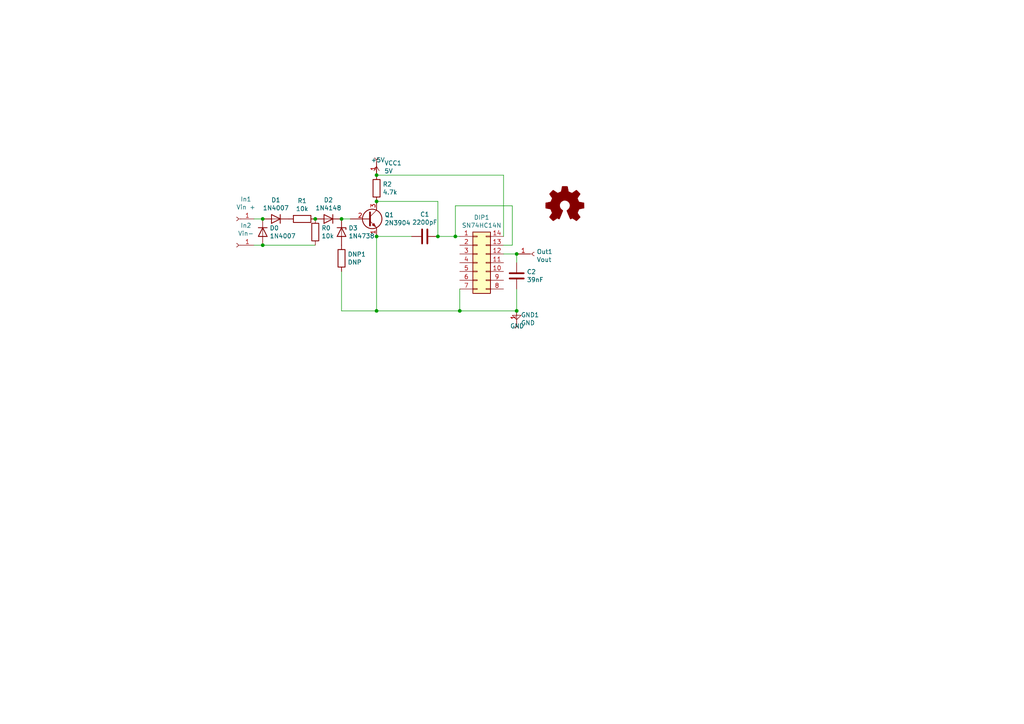
<source format=kicad_sch>
(kicad_sch (version 20211123) (generator eeschema)
  (paper "A4")
  (lib_symbols
    (symbol "Connector:Conn_01x01_Female" (pin_names (offset 1.016) hide)
      (property "Reference" "J" (at 0 2.54 0))
      (property "Value" "Conn_01x01_Female" (at 0 -2.54 0))
      (symbol "Conn_01x01_Female_1_1"
        (polyline (pts (xy -1.27 0) (xy -0.508 0)) (stroke (width 0.1524)))
        (arc (start 0 0.508) (mid -0.508 0) (end 0 -0.508) (stroke (width 0.1524)))
        (pin passive line (at -5.08 0 0) (length 3.81) (name "Pin_1") (number "1"))
      )
    )
    (symbol "Connector_Generic:Conn_02x07_Counter_Clockwise" (pin_names (offset 1.016) hide)
      (property "Reference" "J" (at 1.27 10.16 0))
      (property "Value" "Conn_02x07_Counter_Clockwise" (at 1.27 -10.16 0))
      (symbol "Conn_02x07_Counter_Clockwise_1_1"
        (rectangle (start -1.27 -7.493) (end 0 -7.747) (stroke (width 0.1524)))
        (rectangle (start -1.27 -4.953) (end 0 -5.207) (stroke (width 0.1524)))
        (rectangle (start -1.27 -2.413) (end 0 -2.667) (stroke (width 0.1524)))
        (rectangle (start -1.27 0.127) (end 0 -0.127) (stroke (width 0.1524)))
        (rectangle (start -1.27 2.667) (end 0 2.413) (stroke (width 0.1524)))
        (rectangle (start -1.27 5.207) (end 0 4.953) (stroke (width 0.1524)))
        (rectangle (start -1.27 7.747) (end 0 7.493) (stroke (width 0.1524)))
        (rectangle (start -1.27 8.89) (end 3.81 -8.89) (stroke (width 0.254)) (fill (type background)))
        (rectangle (start 3.81 -7.493) (end 2.54 -7.747) (stroke (width 0.1524)))
        (rectangle (start 3.81 -4.953) (end 2.54 -5.207) (stroke (width 0.1524)))
        (rectangle (start 3.81 -2.413) (end 2.54 -2.667) (stroke (width 0.1524)))
        (rectangle (start 3.81 0.127) (end 2.54 -0.127) (stroke (width 0.1524)))
        (rectangle (start 3.81 2.667) (end 2.54 2.413) (stroke (width 0.1524)))
        (rectangle (start 3.81 5.207) (end 2.54 4.953) (stroke (width 0.1524)))
        (rectangle (start 3.81 7.747) (end 2.54 7.493) (stroke (width 0.1524)))
        (pin passive line (at -5.08 7.62 0) (length 3.81) (name "Pin_1") (number "1"))
        (pin passive line (at 7.62 -2.54 180) (length 3.81) (name "Pin_10") (number "10"))
        (pin passive line (at 7.62 0 180) (length 3.81) (name "Pin_11") (number "11"))
        (pin passive line (at 7.62 2.54 180) (length 3.81) (name "Pin_12") (number "12"))
        (pin passive line (at 7.62 5.08 180) (length 3.81) (name "Pin_13") (number "13"))
        (pin passive line (at 7.62 7.62 180) (length 3.81) (name "Pin_14") (number "14"))
        (pin passive line (at -5.08 5.08 0) (length 3.81) (name "Pin_2") (number "2"))
        (pin passive line (at -5.08 2.54 0) (length 3.81) (name "Pin_3") (number "3"))
        (pin passive line (at -5.08 0 0) (length 3.81) (name "Pin_4") (number "4"))
        (pin passive line (at -5.08 -2.54 0) (length 3.81) (name "Pin_5") (number "5"))
        (pin passive line (at -5.08 -5.08 0) (length 3.81) (name "Pin_6") (number "6"))
        (pin passive line (at -5.08 -7.62 0) (length 3.81) (name "Pin_7") (number "7"))
        (pin passive line (at 7.62 -7.62 180) (length 3.81) (name "Pin_8") (number "8"))
        (pin passive line (at 7.62 -5.08 180) (length 3.81) (name "Pin_9") (number "9"))
      )
    )
    (symbol "Device:C" (pin_numbers hide) (pin_names (offset 0.254))
      (property "Reference" "C" (at 0.635 2.54 0))
      (property "Value" "C" (at 0.635 -2.54 0))
      (symbol "C_0_1"
        (polyline (pts (xy -2.032 -0.762) (xy 2.032 -0.762)) (stroke (width 0.508)))
        (polyline (pts (xy -2.032 0.762) (xy 2.032 0.762)) (stroke (width 0.508)))
      )
      (symbol "C_1_1"
        (pin passive line (at 0 3.81 270) (length 2.794) (name "~") (number "1"))
        (pin passive line (at 0 -3.81 90) (length 2.794) (name "~") (number "2"))
      )
    )
    (symbol "Device:R" (pin_numbers hide) (pin_names (offset 0))
      (property "Reference" "R" (at 2.032 0 90))
      (property "Value" "R" (at 0 0 90))
      (symbol "R_0_1"
        (rectangle (start -1.016 -2.54) (end 1.016 2.54) (stroke (width 0.254)))
      )
      (symbol "R_1_1"
        (pin passive line (at 0 3.81 270) (length 1.27) (name "~") (number "1"))
        (pin passive line (at 0 -3.81 90) (length 1.27) (name "~") (number "2"))
      )
    )
    (symbol "Diode:1N4007" (pin_numbers hide) (pin_names (offset 1.016) hide)
      (property "Reference" "D" (at 0 2.54 0))
      (property "Value" "1N4007" (at 0 -2.54 0))
      (symbol "1N4007_0_1"
        (polyline (pts (xy -1.27 1.27) (xy -1.27 -1.27)) (stroke (width 0.254)))
        (polyline (pts (xy 1.27 0) (xy -1.27 0)))
        (polyline (pts (xy 1.27 1.27) (xy 1.27 -1.27) (xy -1.27 0) (xy 1.27 1.27)) (stroke (width 0.254)))
      )
      (symbol "1N4007_1_1"
        (pin passive line (at -3.81 0 0) (length 2.54) (name "K") (number "1"))
        (pin passive line (at 3.81 0 180) (length 2.54) (name "A") (number "2"))
      )
    )
    (symbol "Diode:1N4148" (pin_numbers hide) (pin_names (offset 1.016) hide)
      (property "Reference" "D" (at 0 2.54 0))
      (property "Value" "1N4148" (at 0 -2.54 0))
      (symbol "1N4148_0_1"
        (polyline (pts (xy -1.27 1.27) (xy -1.27 -1.27)) (stroke (width 0.254)))
        (polyline (pts (xy 1.27 0) (xy -1.27 0)))
        (polyline (pts (xy 1.27 1.27) (xy 1.27 -1.27) (xy -1.27 0) (xy 1.27 1.27)) (stroke (width 0.254)))
      )
      (symbol "1N4148_1_1"
        (pin passive line (at -3.81 0 0) (length 2.54) (name "K") (number "1"))
        (pin passive line (at 3.81 0 180) (length 2.54) (name "A") (number "2"))
      )
    )
    (symbol "Diode:1N47xxA" (pin_numbers hide) (pin_names hide)
      (property "Reference" "D" (at 0 2.54 0))
      (property "Value" "1N47xxA" (at 0 -2.54 0))
      (symbol "1N47xxA_0_1"
        (polyline (pts (xy 1.27 0) (xy -1.27 0)))
        (polyline (pts (xy -1.27 -1.27) (xy -1.27 1.27) (xy -0.762 1.27)) (stroke (width 0.254)))
        (polyline (pts (xy 1.27 -1.27) (xy 1.27 1.27) (xy -1.27 0) (xy 1.27 -1.27)) (stroke (width 0.254)))
      )
      (symbol "1N47xxA_1_1"
        (pin passive line (at -3.81 0 0) (length 2.54) (name "K") (number "1"))
        (pin passive line (at 3.81 0 180) (length 2.54) (name "A") (number "2"))
      )
    )
    (symbol "Graphic:Logo_Open_Hardware_Small" (pin_names (offset 1.016))
      (symbol "Logo_Open_Hardware_Small_0_1"
        (polyline (pts (xy 3.3528 -4.3434) (xy 3.302 -4.318) (xy 3.175 -4.2418) (xy 2.9972 -4.1148) (xy 2.7686 -3.9624) (xy 2.54 -3.81) (xy 2.3622 -3.7084) (xy 2.2352 -3.6068) (xy 2.1844 -3.5814) (xy 2.159 -3.6068) (xy 2.0574 -3.6576) (xy 1.905 -3.7338) (xy 1.8034 -3.7846) (xy 1.6764 -3.8354) (xy 1.6002 -3.8354) (xy 1.6002 -3.8354) (xy 1.5494 -3.7338) (xy 1.4732 -3.5306) (xy 1.3462 -3.302) (xy 1.2446 -3.0226) (xy 1.1176 -2.7178) (xy 0.9652 -2.413) (xy 0.8636 -2.1082) (xy 0.7366 -1.8288) (xy 0.6604 -1.6256) (xy 0.6096 -1.4732) (xy 0.5842 -1.397) (xy 0.5842 -1.397) (xy 0.6604 -1.3208) (xy 0.7874 -1.2446) (xy 1.0414 -1.016) (xy 1.2954 -0.6858) (xy 1.4478 -0.3302) (xy 1.524 0.0762) (xy 1.4732 0.4572) (xy 1.3208 0.8128) (xy 1.0668 1.143) (xy 0.762 1.3716) (xy 0.4064 1.524) (xy 0 1.5748) (xy -0.381 1.5494) (xy -0.7366 1.397) (xy -1.0668 1.143) (xy -1.2192 0.9906) (xy -1.397 0.6604) (xy -1.524 0.3048) (xy -1.524 0.2286) (xy -1.4986 -0.1778) (xy -1.397 -0.5334) (xy -1.1938 -0.8636) (xy -0.9144 -1.143) (xy -0.8636 -1.1684) (xy -0.7366 -1.27) (xy -0.635 -1.3462) (xy -0.5842 -1.397) (xy -1.0668 -2.5908) (xy -1.143 -2.794) (xy -1.2954 -3.1242) (xy -1.397 -3.4036) (xy -1.4986 -3.6322) (xy -1.5748 -3.7846) (xy -1.6002 -3.8354) (xy -1.6002 -3.8354) (xy -1.651 -3.8354) (xy -1.7272 -3.81) (xy -1.905 -3.7338) (xy -2.0066 -3.683) (xy -2.1336 -3.6068) (xy -2.2098 -3.5814) (xy -2.2606 -3.6068) (xy -2.3622 -3.683) (xy -2.54 -3.81) (xy -2.7686 -3.9624) (xy -2.9718 -4.0894) (xy -3.1496 -4.2164) (xy -3.302 -4.318) (xy -3.3528 -4.3434) (xy -3.3782 -4.3434) (xy -3.429 -4.318) (xy -3.5306 -4.2164) (xy -3.7084 -4.064) (xy -3.937 -3.8354) (xy -3.9624 -3.81) (xy -4.1656 -3.6068) (xy -4.318 -3.4544) (xy -4.4196 -3.3274) (xy -4.445 -3.2766) (xy -4.445 -3.2766) (xy -4.4196 -3.2258) (xy -4.318 -3.0734) (xy -4.2164 -2.8956) (xy -4.064 -2.667) (xy -3.6576 -2.0828) (xy -3.8862 -1.5494) (xy -3.937 -1.3716) (xy -4.0386 -1.1684) (xy -4.0894 -1.0414) (xy -4.1148 -0.9652) (xy -4.191 -0.9398) (xy -4.318 -0.9144) (xy -4.5466 -0.8636) (xy -4.8006 -0.8128) (xy -5.0546 -0.7874) (xy -5.2578 -0.7366) (xy -5.4356 -0.7112) (xy -5.5118 -0.6858) (xy -5.5118 -0.6858) (xy -5.5372 -0.635) (xy -5.5372 -0.5588) (xy -5.5372 -0.4318) (xy -5.5626 -0.2286) (xy -5.5626 0.0762) (xy -5.5626 0.127) (xy -5.5372 0.4064) (xy -5.5372 0.635) (xy -5.5372 0.762) (xy -5.5372 0.8382) (xy -5.5372 0.8382) (xy -5.461 0.8382) (xy -5.3086 0.889) (xy -5.08 0.9144) (xy -4.826 0.9652) (xy -4.8006 0.9906) (xy -4.5466 1.0414) (xy -4.318 1.0668) (xy -4.1656 1.1176) (xy -4.0894 1.143) (xy -4.0894 1.143) (xy -4.0386 1.2446) (xy -3.9624 1.4224) (xy -3.8608 1.6256) (xy -3.7846 1.8288) (xy -3.7084 2.0066) (xy -3.6576 2.159) (xy -3.6322 2.2098) (xy -3.6322 2.2098) (xy -3.683 2.286) (xy -3.7592 2.413) (xy -3.8862 2.5908) (xy -4.064 2.8194) (xy -4.064 2.8448) (xy -4.2164 3.0734) (xy -4.3434 3.2512) (xy -4.4196 3.3782) (xy -4.445 3.4544) (xy -4.445 3.4544) (xy -4.3942 3.5052) (xy -4.2926 3.6322) (xy -4.1148 3.81) (xy -3.937 4.0132) (xy -3.8608 4.064) (xy -3.6576 4.2926) (xy -3.5052 4.4196) (xy -3.4036 4.4958) (xy -3.3528 4.5212) (xy -3.3528 4.5212) (xy -3.302 4.4704) (xy -3.1496 4.3688) (xy -2.9718 4.2418) (xy -2.7432 4.0894) (xy -2.7178 4.0894) (xy -2.4892 3.937) (xy -2.3114 3.81) (xy -2.1844 3.7084) (xy -2.1336 3.683) (xy -2.1082 3.683) (xy -2.032 3.7084) (xy -1.8542 3.7592) (xy -1.6764 3.8354) (xy -1.4732 3.937) (xy -1.27 4.0132) (xy -1.143 4.064) (xy -1.0668 4.1148) (xy -1.0668 4.1148) (xy -1.0414 4.191) (xy -1.016 4.3434) (xy -0.9652 4.572) (xy -0.9144 4.8514) (xy -0.889 4.9022) (xy -0.8382 5.1562) (xy -0.8128 5.3848) (xy -0.7874 5.5372) (xy -0.762 5.588) (xy -0.7112 5.6134) (xy -0.5842 5.6134) (xy -0.4064 5.6134) (xy -0.1524 5.6134) (xy 0.0762 5.6134) (xy 0.3302 5.6134) (xy 0.5334 5.6134) (xy 0.6858 5.588) (xy 0.7366 5.588) (xy 0.7366 5.588) (xy 0.762 5.5118) (xy 0.8128 5.334) (xy 0.8382 5.1054) (xy 0.9144 4.826) (xy 0.9144 4.7752) (xy 0.9652 4.5212) (xy 1.016 4.2926) (xy 1.0414 4.1402) (xy 1.0668 4.0894) (xy 1.0668 4.0894) (xy 1.1938 4.0386) (xy 1.3716 3.9624) (xy 1.5748 3.8608) (xy 2.0828 3.6576) (xy 2.7178 4.0894) (xy 2.7686 4.1402) (xy 2.9972 4.2926) (xy 3.175 4.4196) (xy 3.302 4.4958) (xy 3.3782 4.5212) (xy 3.3782 4.5212) (xy 3.429 4.4704) (xy 3.556 4.3434) (xy 3.7338 4.191) (xy 3.9116 3.9878) (xy 4.064 3.8354) (xy 4.2418 3.6576) (xy 4.3434 3.556) (xy 4.4196 3.4798) (xy 4.4196 3.429) (xy 4.4196 3.4036) (xy 4.3942 3.3274) (xy 4.2926 3.2004) (xy 4.1656 2.9972) (xy 4.0132 2.794) (xy 3.8862 2.5908) (xy 3.7592 2.3876) (xy 3.6576 2.2352) (xy 3.6322 2.159) (xy 3.6322 2.1336) (xy 3.683 2.0066) (xy 3.7592 1.8288) (xy 3.8608 1.6002) (xy 4.064 1.1176) (xy 4.3942 1.0414) (xy 4.5974 1.016) (xy 4.8768 0.9652) (xy 5.1308 0.9144) (xy 5.5372 0.8382) (xy 5.5626 -0.6604) (xy 5.4864 -0.6858) (xy 5.4356 -0.6858) (xy 5.2832 -0.7366) (xy 5.0546 -0.762) (xy 4.8006 -0.8128) (xy 4.5974 -0.8636) (xy 4.3688 -0.9144) (xy 4.2164 -0.9398) (xy 4.1402 -0.9398) (xy 4.1148 -0.9652) (xy 4.064 -1.0668) (xy 3.9878 -1.2446) (xy 3.9116 -1.4478) (xy 3.81 -1.651) (xy 3.7338 -1.8542) (xy 3.683 -2.0066) (xy 3.6576 -2.0828) (xy 3.683 -2.1336) (xy 3.7846 -2.2606) (xy 3.8862 -2.4638) (xy 4.0386 -2.667) (xy 4.191 -2.8956) (xy 4.318 -3.0734) (xy 4.3942 -3.2004) (xy 4.445 -3.2766) (xy 4.4196 -3.3274) (xy 4.3434 -3.429) (xy 4.1656 -3.5814) (xy 3.937 -3.8354) (xy 3.8862 -3.8608) (xy 3.683 -4.064) (xy 3.5306 -4.2164) (xy 3.4036 -4.318) (xy 3.3528 -4.3434)) (fill (type outline)))
      )
    )
    (symbol "Transistor_BJT:2N3904" (pin_names (offset 0) hide)
      (property "Reference" "Q" (at 5.08 1.905 0))
      (property "Value" "2N3904" (at 5.08 0 0))
      (symbol "2N3904_0_1"
        (polyline (pts (xy 0.635 0.635) (xy 2.54 2.54)))
        (polyline (pts (xy 0.635 -0.635) (xy 2.54 -2.54) (xy 2.54 -2.54)))
        (polyline (pts (xy 0.635 1.905) (xy 0.635 -1.905) (xy 0.635 -1.905)) (stroke (width 0.508)))
        (polyline (pts (xy 1.27 -1.778) (xy 1.778 -1.27) (xy 2.286 -2.286) (xy 1.27 -1.778) (xy 1.27 -1.778)) (fill (type outline)))
        (circle (center 1.27 0) (radius 2.8194) (stroke (width 0.254)))
      )
      (symbol "2N3904_1_1"
        (pin passive line (at 2.54 -5.08 90) (length 2.54) (name "E") (number "1"))
        (pin passive line (at -5.08 0 0) (length 5.715) (name "B") (number "2"))
        (pin passive line (at 2.54 5.08 270) (length 2.54) (name "C") (number "3"))
      )
    )
    (symbol "power:+5V" (power) (pin_names (offset 0))
      (property "Value" "+5V" (at 0 3.556 0))
      (symbol "+5V_0_1"
        (polyline (pts (xy -0.762 1.27) (xy 0 2.54)))
        (polyline (pts (xy 0 0) (xy 0 2.54)))
        (polyline (pts (xy 0 2.54) (xy 0.762 1.27)))
      )
      (symbol "+5V_1_1"
        (pin power_in line (at 0 0 90) (length 0) hide (name "+5V") (number "1"))
      )
    )
    (symbol "power:GND" (power) (pin_names (offset 0))
      (property "Value" "GND" (at 0 -3.81 0))
      (symbol "GND_0_1"
        (polyline (pts (xy 0 0) (xy 0 -1.27) (xy 1.27 -1.27) (xy 0 -2.54) (xy -1.27 -1.27) (xy 0 -1.27)))
      )
      (symbol "GND_1_1"
        (pin power_in line (at 0 0 270) (length 0) hide (name "GND") (number "1"))
      )
    )
  )
  (junction (at 149.86 73.66))
  (junction (at 91.44 63.5))
  (junction (at 133.35 90.17))
  (junction (at 99.06 63.5))
  (junction (at 109.22 50.8))
  (junction (at 109.22 90.17))
  (junction (at 109.22 58.42))
  (junction (at 127 68.58))
  (junction (at 76.2 63.5))
  (junction (at 149.86 90.17))
  (junction (at 109.22 68.58))
  (junction (at 132.08 68.58))
  (junction (at 76.2 71.12))
  (wire (pts (xy 127 68.58) (xy 127 58.42)))
  (wire (pts (xy 146.05 73.66) (xy 149.86 73.66)))
  (wire (pts (xy 149.86 90.17) (xy 133.35 90.17)))
  (wire (pts (xy 101.6 63.5) (xy 99.06 63.5)))
  (wire (pts (xy 146.05 50.8) (xy 109.22 50.8)))
  (wire (pts (xy 132.08 68.58) (xy 132.08 59.69)))
  (wire (pts (xy 99.06 90.17) (xy 99.06 78.74)))
  (wire (pts (xy 73.66 63.5) (xy 76.2 63.5)))
  (wire (pts (xy 109.22 68.58) (xy 109.22 90.17)))
  (wire (pts (xy 148.59 71.12) (xy 146.05 71.12)))
  (wire (pts (xy 119.38 68.58) (xy 109.22 68.58)))
  (wire (pts (xy 133.35 90.17) (xy 109.22 90.17)))
  (wire (pts (xy 146.05 68.58) (xy 146.05 50.8)))
  (wire (pts (xy 73.66 71.12) (xy 76.2 71.12)))
  (wire (pts (xy 109.22 90.17) (xy 99.06 90.17)))
  (wire (pts (xy 149.86 73.66) (xy 149.86 76.2)))
  (wire (pts (xy 132.08 59.69) (xy 148.59 59.69)))
  (wire (pts (xy 133.35 83.82) (xy 133.35 90.17)))
  (wire (pts (xy 149.86 83.82) (xy 149.86 90.17)))
  (wire (pts (xy 127 58.42) (xy 109.22 58.42)))
  (wire (pts (xy 127 68.58) (xy 132.08 68.58)))
  (wire (pts (xy 132.08 68.58) (xy 133.35 68.58)))
  (wire (pts (xy 148.59 59.69) (xy 148.59 71.12)))
  (wire (pts (xy 76.2 71.12) (xy 91.44 71.12)))
  (symbol (lib_id "Diode:1N4007") (at 76.2 67.31 270) (unit 1)
    (property "Reference" "D0" (at 78.2066 66.1416 90) (effects (justify left)))
    (property "Value" "1N4007" (at 78.2066 68.453 90) (effects (justify left)))
    (property "Footprint" "Diode_THT:D_DO-41_SOD81_P7.62mm_Horizontal" (effects hide))
    (property "Datasheet" "http://www.vishay.com/docs/88503/1n4001.pdf" (effects hide))
  )
  (symbol (lib_id "Diode:1N4007") (at 80.01 63.5 180) (unit 1)
    (property "Reference" "D1" (at 80.01 58.0136 0))
    (property "Value" "1N4007" (at 80.01 60.325 0))
    (property "Footprint" "Diode_THT:D_DO-41_SOD81_P7.62mm_Horizontal" (effects hide))
    (property "Datasheet" "http://www.vishay.com/docs/88503/1n4001.pdf" (effects hide))
  )
  (symbol (lib_id "Device:R") (at 87.63 63.5 270) (unit 1)
    (property "Reference" "R1" (at 87.63 58.2422 90))
    (property "Value" "10k" (at 87.63 60.5536 90))
    (property "Footprint" "Resistor_SMD:R_0805_2012Metric" (effects hide))
  )
  (symbol (lib_id "Device:R") (at 91.44 67.31 180) (unit 1)
    (property "Reference" "R0" (at 93.218 66.1416 0) (effects (justify right)))
    (property "Value" "10k" (at 93.218 68.453 0) (effects (justify right)))
    (property "Footprint" "Resistor_SMD:R_0805_2012Metric" (effects hide))
  )
  (symbol (lib_id "Diode:1N4148") (at 95.25 63.5 180) (unit 1)
    (property "Reference" "D2" (at 95.25 58.0136 0))
    (property "Value" "1N4148" (at 95.25 60.325 0))
    (property "Footprint" "Diode_THT:D_T-1_P5.08mm_Horizontal" (effects hide))
    (property "Datasheet" "http://www.nxp.com/documents/data_sheet/1N4148_1N4448.pdf" (effects hide))
  )
  (symbol (lib_id "Diode:1N47xxA") (at 99.06 67.31 270) (unit 1)
    (property "Reference" "D3" (at 101.0666 66.1416 90) (effects (justify left)))
    (property "Value" "1N4738" (at 101.0666 68.453 90) (effects (justify left)))
    (property "Footprint" "Diode_THT:D_DO-41_SOD81_P7.62mm_Horizontal" (effects hide))
    (property "Datasheet" "https://www.vishay.com/docs/85816/1n4728a.pdf" (effects hide))
  )
  (symbol (lib_id "Device:R") (at 99.06 74.93 0) (unit 1)
    (property "Reference" "DNP1" (at 100.838 73.7616 0) (effects (justify left)))
    (property "Value" "DNP" (at 100.838 76.073 0) (effects (justify left)))
    (property "Footprint" "Resistor_SMD:R_0805_2012Metric" (effects hide))
  )
  (symbol (lib_id "Transistor_BJT:2N3904") (at 106.68 63.5 0) (unit 1)
    (property "Reference" "Q1" (at 111.506 62.3316 0) (effects (justify left)))
    (property "Value" "2N3904" (at 111.506 64.643 0) (effects (justify left)))
    (property "Footprint" "Package_TO_SOT_THT:TO-92_Inline" (effects hide))
    (property "Datasheet" "https://www.fairchildsemi.com/datasheets/2N/2N3904.pdf" (effects hide))
  )
  (symbol (lib_id "Device:R") (at 109.22 54.61 0) (unit 1)
    (property "Reference" "R2" (at 110.998 53.4416 0) (effects (justify left)))
    (property "Value" "4.7k" (at 110.998 55.753 0) (effects (justify left)))
    (property "Footprint" "Resistor_SMD:R_0805_2012Metric" (effects hide))
  )
  (symbol (lib_id "power:+5V") (at 109.22 50.8 0) (unit 1)
    (property "Reference" "#PWR0101" (effects hide))
    (property "Value" "+5V" (at 109.601 46.4058 0))
  )
  (symbol (lib_id "Device:C") (at 123.19 68.58 270) (unit 1)
    (property "Reference" "C1" (at 123.19 62.1792 90))
    (property "Value" "2200pF" (at 123.19 64.4906 90))
    (property "Footprint" "Capacitor_THT:C_Rect_L11.0mm_W3.5mm_P10.00mm_MKT" (effects hide))
  )
  (symbol (lib_id "Connector_Generic:Conn_02x07_Counter_Clockwise") (at 138.43 76.2 0) (unit 1)
    (property "Reference" "DIP1" (at 139.7 63.0682 0))
    (property "Value" "SN74HC14N" (at 139.7 65.3796 0))
    (property "Footprint" "Package_DIP:DIP-14_W7.62mm" (effects hide))
  )
  (symbol (lib_id "Connector:Conn_01x01_Female") (at 68.58 71.12 180) (unit 1)
    (property "Reference" "In2" (at 71.3232 65.405 0))
    (property "Value" "Vin-" (at 71.3232 67.7164 0))
    (property "Footprint" "Connector_PinHeader_2.54mm:PinHeader_1x02_P2.54mm_Vertical" (effects hide))
  )
  (symbol (lib_id "Connector:Conn_01x01_Female") (at 68.58 63.5 180) (unit 1)
    (property "Reference" "In1" (at 71.3232 57.785 0))
    (property "Value" "Vin +" (at 71.3232 60.0964 0))
    (property "Footprint" "Connector_PinHeader_2.54mm:PinHeader_1x02_P2.54mm_Vertical" (effects hide))
  )
  (symbol (lib_id "Connector:Conn_01x01_Female") (at 154.94 73.66 0) (unit 1)
    (property "Reference" "Out1" (at 155.6512 72.9996 0) (effects (justify left)))
    (property "Value" "Vout" (at 155.6512 75.311 0) (effects (justify left)))
    (property "Footprint" "Connector_PinHeader_2.54mm:PinHeader_1x02_P2.54mm_Vertical" (effects hide))
  )
  (symbol (lib_id "Device:C") (at 149.86 80.01 0) (unit 1)
    (property "Reference" "C2" (at 152.781 78.8416 0) (effects (justify left)))
    (property "Value" "39nF" (at 152.781 81.153 0) (effects (justify left)))
    (property "Footprint" "Capacitor_THT:C_Rect_L7.0mm_W3.5mm_P5.00mm" (effects hide))
  )
  (symbol (lib_id "Connector:Conn_01x01_Female") (at 109.22 45.72 90) (unit 1)
    (property "Reference" "VCC1" (at 111.4552 47.2948 90) (effects (justify right)))
    (property "Value" "5V" (at 111.4552 49.6062 90) (effects (justify right)))
    (property "Footprint" "Connector_PinHeader_2.54mm:PinHeader_1x02_P2.54mm_Vertical" (effects hide))
  )
  (symbol (lib_id "Connector:Conn_01x01_Female") (at 149.86 95.25 270) (unit 1)
    (property "Reference" "GND1" (at 151.0792 91.3384 90) (effects (justify left)))
    (property "Value" "GND" (at 151.0792 93.6498 90) (effects (justify left)))
    (property "Footprint" "Connector_PinHeader_2.54mm:PinHeader_1x02_P2.54mm_Vertical" (effects hide))
  )
  (symbol (lib_id "power:GND") (at 149.86 90.17 0) (unit 1)
    (property "Reference" "#PWR0102" (effects hide))
    (property "Value" "GND" (at 149.987 94.5642 0))
  )
  (symbol (lib_id "Graphic:Logo_Open_Hardware_Small") (at 163.83 59.69 0) (unit 1)
    (property "Reference" "#LOGO1" (effects hide))
    (property "Value" "Logo_Open_Hardware_Small" (effects hide))
    (property "Footprint" "TestBaja:Baja_Logo_Tach" (effects hide))
  )
)
</source>
